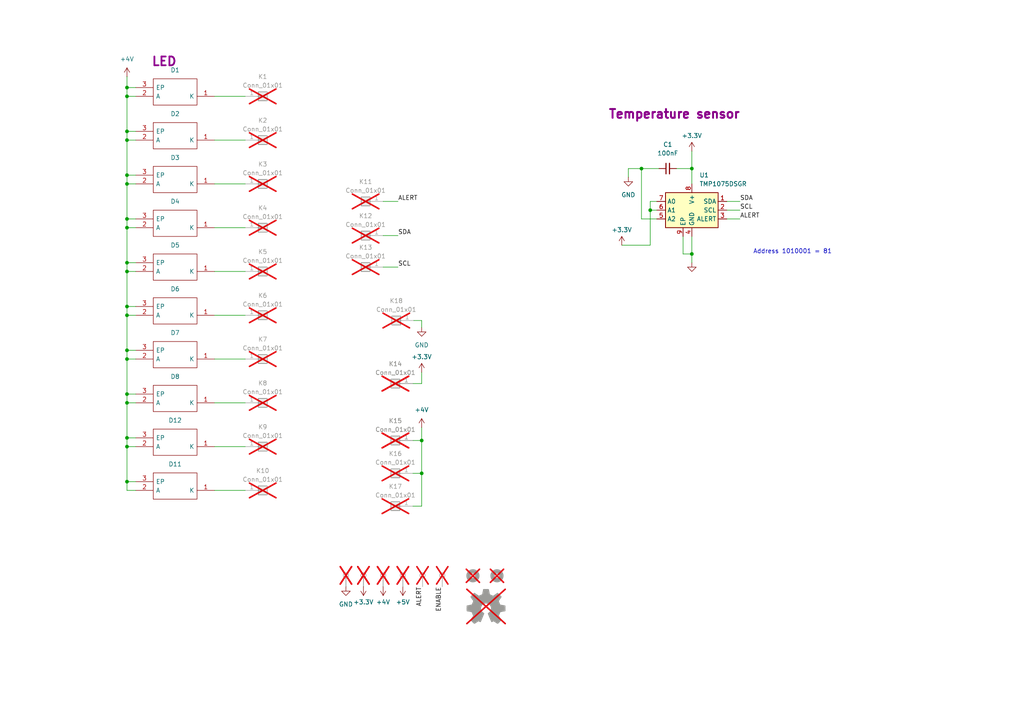
<source format=kicad_sch>
(kicad_sch (version 20231120) (generator "eeschema") (generator_version "8.0")
  (paper "A4")
  (title_block (title "besteLampe! LED Module G") (date "2024-12-01") (rev "1.1") (comment 1 "See  https://lenaschimmel.de/besteLampe! for the source and more information") (comment 2 "This source describes Open Hardware and is licensed under the CERN-OHL-S v2.") (comment 3 "Copyright 2024 Lena Schimmel <mail@lenaschimmel.de>"))
  (lib_symbols
    (symbol "Connector:TestPoint" (pin_numbers hide) (pin_names (offset 0.762) hide)
      (property "Reference" "TP" (at 0 6.858 0))
      (property "Value" "TestPoint" (at 0 5.08 0))
      (symbol "TestPoint_0_1"
        (circle (center 0 3.302) (radius 0.762))
      )
      (symbol "TestPoint_1_1"
        (pin passive line (at 0 0 90) (length 2.54) (name "1") (number "1"))
      )
    )
    (symbol "Connector_Generic:Conn_01x01" (pin_names (offset 1.016) hide)
      (property "Reference" "J" (at 0 2.54 0))
      (property "Value" "Conn_01x01" (at 0 -2.54 0))
      (symbol "Conn_01x01_1_1"
        (rectangle (start -1.27 0.127) (end 0 -0.127) (stroke (width 0.1524)))
        (rectangle (start -1.27 1.27) (end 1.27 -1.27) (stroke (width 0.254)) (fill (type background)))
        (pin passive line (at -5.08 0 0) (length 3.81) (name "Pin_1") (number "1"))
      )
    )
    (symbol "Device:C_Small" (pin_numbers hide) (pin_names (offset 0.254) hide)
      (property "Reference" "C" (at 0.254 1.778 0))
      (property "Value" "C_Small" (at 0.254 -2.032 0))
      (symbol "C_Small_0_1"
        (polyline (pts (xy -1.524 -0.508) (xy 1.524 -0.508)) (stroke (width 0.3302)))
        (polyline (pts (xy -1.524 0.508) (xy 1.524 0.508)) (stroke (width 0.3048)))
      )
      (symbol "C_Small_1_1"
        (pin passive line (at 0 2.54 270) (length 2.032) (name "~") (number "1"))
        (pin passive line (at 0 -2.54 90) (length 2.032) (name "~") (number "2"))
      )
    )
    (symbol "Graphic:Logo_Open_Hardware_Small" (in_bom no) (on_board no)
      (symbol "Logo_Open_Hardware_Small_0_1"
        (polyline (pts (xy 3.3528 -4.3434) (xy 3.302 -4.318) (xy 3.175 -4.2418) (xy 2.9972 -4.1148) (xy 2.7686 -3.9624) (xy 2.54 -3.81) (xy 2.3622 -3.7084) (xy 2.2352 -3.6068) (xy 2.1844 -3.5814) (xy 2.159 -3.6068) (xy 2.0574 -3.6576) (xy 1.905 -3.7338) (xy 1.8034 -3.7846) (xy 1.6764 -3.8354) (xy 1.6002 -3.8354) (xy 1.6002 -3.8354) (xy 1.5494 -3.7338) (xy 1.4732 -3.5306) (xy 1.3462 -3.302) (xy 1.2446 -3.0226) (xy 1.1176 -2.7178) (xy 0.9652 -2.413) (xy 0.8636 -2.1082) (xy 0.7366 -1.8288) (xy 0.6604 -1.6256) (xy 0.6096 -1.4732) (xy 0.5842 -1.397) (xy 0.5842 -1.397) (xy 0.6604 -1.3208) (xy 0.7874 -1.2446) (xy 1.0414 -1.016) (xy 1.2954 -0.6858) (xy 1.4478 -0.3302) (xy 1.524 0.0762) (xy 1.4732 0.4572) (xy 1.3208 0.8128) (xy 1.0668 1.143) (xy 0.762 1.3716) (xy 0.4064 1.524) (xy 0 1.5748) (xy -0.381 1.5494) (xy -0.7366 1.397) (xy -1.0668 1.143) (xy -1.2192 0.9906) (xy -1.397 0.6604) (xy -1.524 0.3048) (xy -1.524 0.2286) (xy -1.4986 -0.1778) (xy -1.397 -0.5334) (xy -1.1938 -0.8636) (xy -0.9144 -1.143) (xy -0.8636 -1.1684) (xy -0.7366 -1.27) (xy -0.635 -1.3462) (xy -0.5842 -1.397) (xy -1.0668 -2.5908) (xy -1.143 -2.794) (xy -1.2954 -3.1242) (xy -1.397 -3.4036) (xy -1.4986 -3.6322) (xy -1.5748 -3.7846) (xy -1.6002 -3.8354) (xy -1.6002 -3.8354) (xy -1.651 -3.8354) (xy -1.7272 -3.81) (xy -1.905 -3.7338) (xy -2.0066 -3.683) (xy -2.1336 -3.6068) (xy -2.2098 -3.5814) (xy -2.2606 -3.6068) (xy -2.3622 -3.683) (xy -2.54 -3.81) (xy -2.7686 -3.9624) (xy -2.9718 -4.0894) (xy -3.1496 -4.2164) (xy -3.302 -4.318) (xy -3.3528 -4.3434) (xy -3.3782 -4.3434) (xy -3.429 -4.318) (xy -3.5306 -4.2164) (xy -3.7084 -4.064) (xy -3.937 -3.8354) (xy -3.9624 -3.81) (xy -4.1656 -3.6068) (xy -4.318 -3.4544) (xy -4.4196 -3.3274) (xy -4.445 -3.2766) (xy -4.445 -3.2766) (xy -4.4196 -3.2258) (xy -4.318 -3.0734) (xy -4.2164 -2.8956) (xy -4.064 -2.667) (xy -3.6576 -2.0828) (xy -3.8862 -1.5494) (xy -3.937 -1.3716) (xy -4.0386 -1.1684) (xy -4.0894 -1.0414) (xy -4.1148 -0.9652) (xy -4.191 -0.9398) (xy -4.318 -0.9144) (xy -4.5466 -0.8636) (xy -4.8006 -0.8128) (xy -5.0546 -0.7874) (xy -5.2578 -0.7366) (xy -5.4356 -0.7112) (xy -5.5118 -0.6858) (xy -5.5118 -0.6858) (xy -5.5372 -0.635) (xy -5.5372 -0.5588) (xy -5.5372 -0.4318) (xy -5.5626 -0.2286) (xy -5.5626 0.0762) (xy -5.5626 0.127) (xy -5.5372 0.4064) (xy -5.5372 0.635) (xy -5.5372 0.762) (xy -5.5372 0.8382) (xy -5.5372 0.8382) (xy -5.461 0.8382) (xy -5.3086 0.889) (xy -5.08 0.9144) (xy -4.826 0.9652) (xy -4.8006 0.9906) (xy -4.5466 1.0414) (xy -4.318 1.0668) (xy -4.1656 1.1176) (xy -4.0894 1.143) (xy -4.0894 1.143) (xy -4.0386 1.2446) (xy -3.9624 1.4224) (xy -3.8608 1.6256) (xy -3.7846 1.8288) (xy -3.7084 2.0066) (xy -3.6576 2.159) (xy -3.6322 2.2098) (xy -3.6322 2.2098) (xy -3.683 2.286) (xy -3.7592 2.413) (xy -3.8862 2.5908) (xy -4.064 2.8194) (xy -4.064 2.8448) (xy -4.2164 3.0734) (xy -4.3434 3.2512) (xy -4.4196 3.3782) (xy -4.445 3.4544) (xy -4.445 3.4544) (xy -4.3942 3.5052) (xy -4.2926 3.6322) (xy -4.1148 3.81) (xy -3.937 4.0132) (xy -3.8608 4.064) (xy -3.6576 4.2926) (xy -3.5052 4.4196) (xy -3.4036 4.4958) (xy -3.3528 4.5212) (xy -3.3528 4.5212) (xy -3.302 4.4704) (xy -3.1496 4.3688) (xy -2.9718 4.2418) (xy -2.7432 4.0894) (xy -2.7178 4.0894) (xy -2.4892 3.937) (xy -2.3114 3.81) (xy -2.1844 3.7084) (xy -2.1336 3.683) (xy -2.1082 3.683) (xy -2.032 3.7084) (xy -1.8542 3.7592) (xy -1.6764 3.8354) (xy -1.4732 3.937) (xy -1.27 4.0132) (xy -1.143 4.064) (xy -1.0668 4.1148) (xy -1.0668 4.1148) (xy -1.0414 4.191) (xy -1.016 4.3434) (xy -0.9652 4.572) (xy -0.9144 4.8514) (xy -0.889 4.9022) (xy -0.8382 5.1562) (xy -0.8128 5.3848) (xy -0.7874 5.5372) (xy -0.762 5.588) (xy -0.7112 5.6134) (xy -0.5842 5.6134) (xy -0.4064 5.6134) (xy -0.1524 5.6134) (xy 0.0762 5.6134) (xy 0.3302 5.6134) (xy 0.5334 5.6134) (xy 0.6858 5.588) (xy 0.7366 5.588) (xy 0.7366 5.588) (xy 0.762 5.5118) (xy 0.8128 5.334) (xy 0.8382 5.1054) (xy 0.9144 4.826) (xy 0.9144 4.7752) (xy 0.9652 4.5212) (xy 1.016 4.2926) (xy 1.0414 4.1402) (xy 1.0668 4.0894) (xy 1.0668 4.0894) (xy 1.1938 4.0386) (xy 1.3716 3.9624) (xy 1.5748 3.8608) (xy 2.0828 3.6576) (xy 2.7178 4.0894) (xy 2.7686 4.1402) (xy 2.9972 4.2926) (xy 3.175 4.4196) (xy 3.302 4.4958) (xy 3.3782 4.5212) (xy 3.3782 4.5212) (xy 3.429 4.4704) (xy 3.556 4.3434) (xy 3.7338 4.191) (xy 3.9116 3.9878) (xy 4.064 3.8354) (xy 4.2418 3.6576) (xy 4.3434 3.556) (xy 4.4196 3.4798) (xy 4.4196 3.429) (xy 4.4196 3.4036) (xy 4.3942 3.3274) (xy 4.2926 3.2004) (xy 4.1656 2.9972) (xy 4.0132 2.794) (xy 3.8862 2.5908) (xy 3.7592 2.3876) (xy 3.6576 2.2352) (xy 3.6322 2.159) (xy 3.6322 2.1336) (xy 3.683 2.0066) (xy 3.7592 1.8288) (xy 3.8608 1.6002) (xy 4.064 1.1176) (xy 4.3942 1.0414) (xy 4.5974 1.016) (xy 4.8768 0.9652) (xy 5.1308 0.9144) (xy 5.5372 0.8382) (xy 5.5626 -0.6604) (xy 5.4864 -0.6858) (xy 5.4356 -0.6858) (xy 5.2832 -0.7366) (xy 5.0546 -0.762) (xy 4.8006 -0.8128) (xy 4.5974 -0.8636) (xy 4.3688 -0.9144) (xy 4.2164 -0.9398) (xy 4.1402 -0.9398) (xy 4.1148 -0.9652) (xy 4.064 -1.0668) (xy 3.9878 -1.2446) (xy 3.9116 -1.4478) (xy 3.81 -1.651) (xy 3.7338 -1.8542) (xy 3.683 -2.0066) (xy 3.6576 -2.0828) (xy 3.683 -2.1336) (xy 3.7846 -2.2606) (xy 3.8862 -2.4638) (xy 4.0386 -2.667) (xy 4.191 -2.8956) (xy 4.318 -3.0734) (xy 4.3942 -3.2004) (xy 4.445 -3.2766) (xy 4.4196 -3.3274) (xy 4.3434 -3.429) (xy 4.1656 -3.5814) (xy 3.937 -3.8354) (xy 3.8862 -3.8608) (xy 3.683 -4.064) (xy 3.5306 -4.2164) (xy 3.4036 -4.318) (xy 3.3528 -4.3434)) (fill (type outline)))
      )
    )
    (symbol "Mechanical:MountingHole" (pin_names (offset 1.016)) (exclude_from_sim yes) (in_bom no)
      (property "Reference" "H" (at 0 5.08 0))
      (property "Value" "MountingHole" (at 0 3.175 0))
      (symbol "MountingHole_0_1"
        (circle (center 0 0) (radius 1.27) (stroke (width 1.27)))
      )
    )
    (symbol "Sensor_Temperature:TMP1075DSG"
      (property "Reference" "U" (at -6.35 6.35 0))
      (property "Value" "TMP1075DSG" (at 6.35 6.35 0))
      (symbol "TMP1075DSG_0_1"
        (rectangle (start -7.62 5.08) (end 7.62 -5.08) (stroke (width 0.254)) (fill (type background)))
      )
      (symbol "TMP1075DSG_1_1"
        (pin bidirectional line (at 10.16 2.54 180) (length 2.54) (name "SDA") (number "1"))
        (pin input line (at 10.16 0 180) (length 2.54) (name "SCL") (number "2"))
        (pin open_collector line (at 10.16 -2.54 180) (length 2.54) (name "ALERT") (number "3"))
        (pin power_in line (at 0 -7.62 90) (length 2.54) (name "GND") (number "4"))
        (pin input line (at -10.16 -2.54 0) (length 2.54) (name "A2") (number "5"))
        (pin input line (at -10.16 0 0) (length 2.54) (name "A1") (number "6"))
        (pin input line (at -10.16 2.54 0) (length 2.54) (name "A0") (number "7"))
        (pin power_in line (at 0 7.62 270) (length 2.54) (name "V+") (number "8"))
        (pin passive line (at -2.54 -7.62 90) (length 2.54) (name "EP") (number "9"))
      )
    )
    (symbol "XEGAVT-H0-0000-000-000000K2001_1" (pin_names (offset 0.762))
      (property "Reference" "D1" (at 11.43 5.08 0))
      (symbol "XEGAVT-H0-0000-000-000000K2001_1_0_0"
        (pin passive line (at 22.86 -2.54 180) (length 5.08) (name "K") (number "1"))
        (pin passive line (at 0 -2.54 0) (length 5.08) (name "A") (number "2"))
        (pin passive line (at 0 0 0) (length 5.08) (name "EP") (number "3"))
      )
      (symbol "XEGAVT-H0-0000-000-000000K2001_1_0_1"
        (polyline (pts (xy 5.08 2.54) (xy 17.78 2.54) (xy 17.78 -5.08) (xy 5.08 -5.08) (xy 5.08 2.54)) (stroke (width 0.1524)))
      )
    )
    (symbol "power:+3.3V" (power) (pin_numbers hide) (pin_names (offset 0) hide)
      (property "Value" "+3.3V" (at 0 3.556 0))
      (symbol "+3.3V_0_1"
        (polyline (pts (xy -0.762 1.27) (xy 0 2.54)))
        (polyline (pts (xy 0 0) (xy 0 2.54)))
        (polyline (pts (xy 0 2.54) (xy 0.762 1.27)))
      )
      (symbol "+3.3V_1_1"
        (pin power_in line (at 0 0 90) (length 0) (name "~") (number "1"))
      )
    )
    (symbol "power:+4V" (power) (pin_numbers hide) (pin_names (offset 0) hide)
      (property "Value" "+4V" (at 0 3.556 0))
      (symbol "+4V_0_1"
        (polyline (pts (xy -0.762 1.27) (xy 0 2.54)))
        (polyline (pts (xy 0 0) (xy 0 2.54)))
        (polyline (pts (xy 0 2.54) (xy 0.762 1.27)))
      )
      (symbol "+4V_1_1"
        (pin power_in line (at 0 0 90) (length 0) (name "~") (number "1"))
      )
    )
    (symbol "power:+5V" (power) (pin_numbers hide) (pin_names (offset 0) hide)
      (property "Value" "+5V" (at 0 3.556 0))
      (symbol "+5V_0_1"
        (polyline (pts (xy -0.762 1.27) (xy 0 2.54)))
        (polyline (pts (xy 0 0) (xy 0 2.54)))
        (polyline (pts (xy 0 2.54) (xy 0.762 1.27)))
      )
      (symbol "+5V_1_1"
        (pin power_in line (at 0 0 90) (length 0) (name "~") (number "1"))
      )
    )
    (symbol "power:GND" (power) (pin_numbers hide) (pin_names (offset 0) hide)
      (property "Value" "GND" (at 0 -3.81 0))
      (symbol "GND_0_1"
        (polyline (pts (xy 0 0) (xy 0 -1.27) (xy 1.27 -1.27) (xy 0 -2.54) (xy -1.27 -1.27) (xy 0 -1.27)))
      )
      (symbol "GND_1_1"
        (pin power_in line (at 0 0 270) (length 0) (name "~") (number "1"))
      )
    )
  )
  (junction (at 36.83 91.44))
  (junction (at 36.83 50.8))
  (junction (at 36.83 88.9))
  (junction (at 36.83 101.6))
  (junction (at 36.83 129.54))
  (junction (at 36.83 66.04))
  (junction (at 36.83 127))
  (junction (at 36.83 25.4))
  (junction (at 36.83 40.64))
  (junction (at 36.83 78.74))
  (junction (at 188.595 60.96))
  (junction (at 36.83 63.5))
  (junction (at 36.83 38.1))
  (junction (at 122.301 137.287))
  (junction (at 36.83 76.2))
  (junction (at 122.301 127.762))
  (junction (at 36.83 27.94))
  (junction (at 186.055 48.895))
  (junction (at 36.83 53.34))
  (junction (at 36.83 114.3))
  (junction (at 36.83 139.7))
  (junction (at 36.83 104.14))
  (junction (at 36.83 116.84))
  (junction (at 200.66 73.66))
  (junction (at 200.66 48.895))
  (wire (pts (xy 39.37 63.5) (xy 36.83 63.5)))
  (wire (pts (xy 36.83 40.64) (xy 39.37 40.64)))
  (wire (pts (xy 36.83 116.84) (xy 39.37 116.84)))
  (wire (pts (xy 36.83 76.2) (xy 36.83 78.74)))
  (wire (pts (xy 36.83 116.84) (xy 36.83 127)))
  (wire (pts (xy 62.23 91.44) (xy 71.12 91.44)))
  (wire (pts (xy 36.83 66.04) (xy 39.37 66.04)))
  (wire (pts (xy 186.055 48.895) (xy 182.245 48.895)))
  (wire (pts (xy 198.12 73.66) (xy 200.66 73.66)))
  (wire (pts (xy 119.761 146.812) (xy 122.301 146.812)))
  (wire (pts (xy 39.37 25.4) (xy 36.83 25.4)))
  (wire (pts (xy 36.83 88.9) (xy 39.37 88.9)))
  (wire (pts (xy 39.37 139.7) (xy 36.83 139.7)))
  (wire (pts (xy 39.37 38.1) (xy 36.83 38.1)))
  (wire (pts (xy 210.82 60.96) (xy 214.63 60.96)))
  (wire (pts (xy 200.66 73.66) (xy 200.66 76.2)))
  (wire (pts (xy 36.83 50.8) (xy 36.83 53.34)))
  (wire (pts (xy 36.83 76.2) (xy 39.37 76.2)))
  (wire (pts (xy 186.055 63.5) (xy 186.055 48.895)))
  (wire (pts (xy 36.83 27.94) (xy 39.37 27.94)))
  (wire (pts (xy 36.83 88.9) (xy 36.83 91.44)))
  (wire (pts (xy 36.83 27.94) (xy 36.83 38.1)))
  (wire (pts (xy 122.301 94.996) (xy 122.301 92.964)))
  (wire (pts (xy 122.301 123.952) (xy 122.301 127.762)))
  (wire (pts (xy 62.23 40.64) (xy 71.12 40.64)))
  (wire (pts (xy 36.83 104.14) (xy 36.83 114.3)))
  (wire (pts (xy 36.83 22.225) (xy 36.83 25.4)))
  (wire (pts (xy 36.83 91.44) (xy 39.37 91.44)))
  (wire (pts (xy 36.83 127) (xy 39.37 127)))
  (wire (pts (xy 122.301 111.252) (xy 122.301 107.95)))
  (wire (pts (xy 122.301 92.964) (xy 120.015 92.964)))
  (wire (pts (xy 62.23 78.74) (xy 71.12 78.74)))
  (wire (pts (xy 36.83 101.6) (xy 36.83 104.14)))
  (wire (pts (xy 36.83 114.3) (xy 36.83 116.84)))
  (wire (pts (xy 122.301 137.287) (xy 119.761 137.287)))
  (wire (pts (xy 62.23 53.34) (xy 71.12 53.34)))
  (wire (pts (xy 188.595 60.96) (xy 190.5 60.96)))
  (wire (pts (xy 62.23 142.24) (xy 71.12 142.24)))
  (wire (pts (xy 62.23 129.54) (xy 71.12 129.54)))
  (wire (pts (xy 36.83 127) (xy 36.83 129.54)))
  (wire (pts (xy 190.5 63.5) (xy 186.055 63.5)))
  (wire (pts (xy 39.37 142.24) (xy 36.83 142.24)))
  (wire (pts (xy 122.301 146.812) (xy 122.301 137.287)))
  (wire (pts (xy 36.83 25.4) (xy 36.83 27.94)))
  (wire (pts (xy 39.37 50.8) (xy 36.83 50.8)))
  (wire (pts (xy 36.83 63.5) (xy 36.83 66.04)))
  (wire (pts (xy 200.66 43.815) (xy 200.66 48.895)))
  (wire (pts (xy 62.23 66.04) (xy 71.12 66.04)))
  (wire (pts (xy 36.83 129.54) (xy 39.37 129.54)))
  (wire (pts (xy 36.83 78.74) (xy 39.37 78.74)))
  (wire (pts (xy 111.125 68.326) (xy 115.443 68.326)))
  (wire (pts (xy 119.761 127.762) (xy 122.301 127.762)))
  (wire (pts (xy 36.83 91.44) (xy 36.83 101.6)))
  (wire (pts (xy 111.125 77.47) (xy 115.443 77.47)))
  (wire (pts (xy 36.83 66.04) (xy 36.83 76.2)))
  (wire (pts (xy 36.83 78.74) (xy 36.83 88.9)))
  (wire (pts (xy 36.83 40.64) (xy 36.83 50.8)))
  (wire (pts (xy 36.83 53.34) (xy 39.37 53.34)))
  (wire (pts (xy 36.83 38.1) (xy 36.83 40.64)))
  (wire (pts (xy 188.595 60.96) (xy 188.595 71.12)))
  (wire (pts (xy 188.595 58.42) (xy 188.595 60.96)))
  (wire (pts (xy 182.245 48.895) (xy 182.245 51.435)))
  (wire (pts (xy 36.83 104.14) (xy 39.37 104.14)))
  (wire (pts (xy 200.66 48.895) (xy 200.66 53.34)))
  (wire (pts (xy 62.23 104.14) (xy 71.12 104.14)))
  (wire (pts (xy 36.83 53.34) (xy 36.83 63.5)))
  (wire (pts (xy 210.82 58.42) (xy 214.63 58.42)))
  (wire (pts (xy 196.215 48.895) (xy 200.66 48.895)))
  (wire (pts (xy 119.761 111.252) (xy 122.301 111.252)))
  (wire (pts (xy 122.301 127.762) (xy 122.301 137.287)))
  (wire (pts (xy 180.34 71.12) (xy 188.595 71.12)))
  (wire (pts (xy 62.23 116.84) (xy 71.12 116.84)))
  (wire (pts (xy 198.12 68.58) (xy 198.12 73.66)))
  (wire (pts (xy 62.23 27.94) (xy 71.12 27.94)))
  (wire (pts (xy 36.83 129.54) (xy 36.83 139.7)))
  (wire (pts (xy 190.5 58.42) (xy 188.595 58.42)))
  (wire (pts (xy 191.135 48.895) (xy 186.055 48.895)))
  (wire (pts (xy 39.37 114.3) (xy 36.83 114.3)))
  (wire (pts (xy 36.83 142.24) (xy 36.83 139.7)))
  (wire (pts (xy 36.83 101.6) (xy 39.37 101.6)))
  (wire (pts (xy 111.125 58.42) (xy 115.443 58.42)))
  (wire (pts (xy 200.66 68.58) (xy 200.66 73.66)))
  (wire (pts (xy 210.82 63.5) (xy 214.63 63.5)))
  (text "Address 1010001 = 81" (at 218.44 73.025 0) (effects (font (size 1.27 1.27)) (justify left)))
  (label "SDA" (at 214.63 58.42 0))
  (label "SDA" (at 115.443 68.326 0))
  (label "ENABLE" (at 128.27 170.18 270))
  (label "ALERT" (at 115.443 58.42 0))
  (label "SCL" (at 214.63 60.96 0))
  (label "ALERT" (at 214.63 63.5 0))
  (label "SCL" (at 115.443 77.47 0))
  (label "ALERT" (at 122.555 170.18 270))
  (symbol (lib_id "Sensor_Temperature:TMP1075DSG") (at 200.66 60.96 0) (unit 1)
    (property "Reference" "U1" (at 202.8541 50.8 0) (effects (justify left)))
    (property "Value" "TMP1075DSGR" (at 202.8541 53.34 0) (effects (justify left)))
    (property "Footprint" "Package_SON:WSON-8-1EP_2x2mm_P0.5mm_EP0.9x1.6mm" (effects (hide yes)))
    (property "Datasheet" "https://www.ti.com/lit/gpn/tmp1075" (effects (hide yes)))
    (property "Description" "I2C-bus digital temperature sensor and thermal watchdog, WSON-8" (effects (hide yes)))
    (property "In Stock" "5" (effects (hide yes)))
    (property "Manufacturer_Part_Number" "TMP1075DSGR" (effects (hide yes)))
    (property "LCSC Part #" "C2870250" (effects (hide yes)))
    (property "Purpose" "Temperature sensor" (at 195.58 33.02 0) (effects (font (size 2.54 2.54) (bold yes))))
  )
  (symbol (lib_id "Connector_Generic:Conn_01x01") (at 114.681 127.762 180) (unit 1) (dnp yes)
    (property "Reference" "K15" (at 114.681 122.047 0))
    (property "Value" "Conn_01x01" (at 114.681 124.587 0))
    (property "Footprint" "TestPoint:TestPoint_THTPad_D1.5mm_Drill0.7mm" (effects (hide yes)))
    (property "Description" "Generic connector, single row, 01x01, script generated (kicad-library-utils/schlib/autogen/connector/)" (effects (hide yes)))
  )
  (symbol (lib_id "Connector_Generic:Conn_01x01") (at 106.045 77.47 180) (unit 1) (dnp yes)
    (property "Reference" "K13" (at 106.045 71.755 0))
    (property "Value" "Conn_01x01" (at 106.045 74.295 0))
    (property "Footprint" "TestPoint:TestPoint_THTPad_D1.5mm_Drill0.7mm" (effects (hide yes)))
    (property "Description" "Generic connector, single row, 01x01, script generated (kicad-library-utils/schlib/autogen/connector/)" (effects (hide yes)))
  )
  (symbol (lib_id "Mechanical:MountingHole") (at 137.16 167.005 0) (unit 1) (exclude_from_sim yes) (in_bom no) (dnp yes)
    (property "Reference" "H5" (effects (hide yes)))
    (property "Value" "MountingHole" (effects (hide yes)))
    (property "Footprint" "MountingHole:MountingHole_3.2mm_M3" (effects (hide yes)))
    (property "Description" "Mounting Hole without connection" (effects (hide yes)))
  )
  (symbol (lib_id "power:+4V") (at 36.83 22.225 0) (unit 1)
    (property "Reference" "#PWR025" (effects (hide yes)))
    (property "Value" "+4V" (at 36.83 17.145 0))
    (property "Description" "Power symbol creates a global label with name \"+4V\"" (effects (hide yes)))
  )
  (symbol (lib_id "power:+5V") (at 116.84 170.18 180) (unit 1)
    (property "Reference" "#PWR031" (effects (hide yes)))
    (property "Value" "+5V" (at 116.84 174.625 0))
    (property "Description" "Power symbol creates a global label with name \"+5V\"" (effects (hide yes)))
  )
  (symbol (lib_id "power:+4V") (at 122.301 123.952 0) (unit 1)
    (property "Reference" "#PWR08" (effects (hide yes)))
    (property "Value" "+4V" (at 122.301 118.872 0))
    (property "Description" "Power symbol creates a global label with name \"+4V\"" (effects (hide yes)))
  )
  (symbol (lib_name "XEGAVT-H0-0000-000-000000K2001_1") (lib_id "XEGAVT-H0-0000-000-000000K2001:XEGAVT-H0-0000-000-000000K2001") (at 39.37 127 0) (unit 1)
    (property "Reference" "D12" (at 50.8 121.92 0))
    (property "Value" "XEGAAM-H2-0000-000-000000Q5001" (effects (hide yes)))
    (property "Footprint" "Cree XLAMP XE-G LED XEGAVT-H0:XEGAVTH_PCBA" (effects (hide yes)))
    (property "Datasheet" "https://downloads.cree-led.com/files/ds/x/XLamp-XE-G.pdf" (effects (hide yes)))
    (property "Description" "LED Lighting Color XLamp XE-G Violet 3-SMD, No Lead" (effects (hide yes)))
    (property "Manufacturer_Name" "CREE" (effects (hide yes)))
    (property "Manufacturer_Part_Number" "XEGAAM-H2-0000-000-000000Q5001" (effects (hide yes)))
    (property "In Stock" "?" (effects (hide yes)))
    (property "Purpose" "LED" (effects (hide yes)))
    (property "Color" "Amber" (effects (hide yes)))
    (property "LCSC Part #" "C17491029" (effects (hide yes)))
  )
  (symbol (lib_name "XEGAVT-H0-0000-000-000000K2001_1") (lib_id "XEGAVT-H0-0000-000-000000K2001:XEGAVT-H0-0000-000-000000K2001") (at 39.37 88.9 0) (unit 1)
    (property "Reference" "D6" (at 50.8 83.82 0))
    (property "Value" "XEGAPL-H0-0000-000-000000V3001" (effects (hide yes)))
    (property "Footprint" "Cree XLAMP XE-G LED XEGAVT-H0:XEGAVTH_PCBA" (effects (hide yes)))
    (property "Datasheet" "https://downloads.cree-led.com/files/ds/x/XLamp-XE-G.pdf" (effects (hide yes)))
    (property "Description" "LED Lighting Color XLamp XE-G Violet 3-SMD, No Lead" (effects (hide yes)))
    (property "Manufacturer_Name" "CREE" (effects (hide yes)))
    (property "Manufacturer_Part_Number" "XEGAPL-H0-0000-000-000000V3001" (effects (hide yes)))
    (property "In Stock" "?" (effects (hide yes)))
    (property "Purpose" "LED" (effects (hide yes)))
    (property "Color" "Poly Lime" (effects (hide yes)))
    (property "LCSC Part #" "C7545082" (effects (hide yes)))
  )
  (symbol (lib_id "Connector_Generic:Conn_01x01") (at 114.935 92.964 180) (unit 1) (dnp yes)
    (property "Reference" "K18" (at 114.935 87.249 0))
    (property "Value" "Conn_01x01" (at 114.935 89.789 0))
    (property "Footprint" "TestPoint:TestPoint_THTPad_D1.5mm_Drill0.7mm" (effects (hide yes)))
    (property "Description" "Generic connector, single row, 01x01, script generated (kicad-library-utils/schlib/autogen/connector/)" (effects (hide yes)))
  )
  (symbol (lib_id "Connector_Generic:Conn_01x01") (at 76.2 129.54 0) (mirror x) (unit 1) (dnp yes)
    (property "Reference" "K9" (at 76.2 123.825 0))
    (property "Value" "Conn_01x01" (at 76.2 126.365 0))
    (property "Footprint" "TestPoint:TestPoint_THTPad_D1.5mm_Drill0.7mm" (effects (hide yes)))
    (property "Description" "Generic connector, single row, 01x01, script generated (kicad-library-utils/schlib/autogen/connector/)" (effects (hide yes)))
  )
  (symbol (lib_name "XEGAVT-H0-0000-000-000000K2001_1") (lib_id "XEGAVT-H0-0000-000-000000K2001:XEGAVT-H0-0000-000-000000K2001") (at 39.37 101.6 0) (unit 1)
    (property "Reference" "D7" (at 50.8 96.52 0))
    (property "Value" "XEGAWT-H2-0000-000-00000UT330G" (effects (hide yes)))
    (property "Footprint" "Cree XLAMP XE-G LED XEGAVT-H0:XEGAVTH_PCBA" (effects (hide yes)))
    (property "Datasheet" "https://downloads.cree-led.com/files/ds/x/XLamp-XE-G.pdf" (effects (hide yes)))
    (property "Description" "LED Lighting Color XLamp XE-G Violet 3-SMD, No Lead" (effects (hide yes)))
    (property "Manufacturer_Name" "CREE" (effects (hide yes)))
    (property "Manufacturer_Part_Number" "XEGAWT-H2-0000-000-00000UT330G" (effects (hide yes)))
    (property "In Stock" "?" (effects (hide yes)))
    (property "Purpose" "LED" (effects (hide yes)))
    (property "Color" "White 3300K" (effects (hide yes)))
    (property "LCSC Part #" "C17192303" (effects (hide yes)))
  )
  (symbol (lib_id "power:GND") (at 122.301 94.996 0) (mirror y) (unit 1)
    (property "Reference" "#PWR06" (effects (hide yes)))
    (property "Value" "GND" (at 122.301 100.076 0))
    (property "Description" "Power symbol creates a global label with name \"GND\" , ground" (effects (hide yes)))
  )
  (symbol (lib_id "Connector_Generic:Conn_01x01") (at 106.045 68.326 180) (unit 1) (dnp yes)
    (property "Reference" "K12" (at 106.045 62.611 0))
    (property "Value" "Conn_01x01" (at 106.045 65.151 0))
    (property "Footprint" "TestPoint:TestPoint_THTPad_D1.5mm_Drill0.7mm" (effects (hide yes)))
    (property "Description" "Generic connector, single row, 01x01, script generated (kicad-library-utils/schlib/autogen/connector/)" (effects (hide yes)))
  )
  (symbol (lib_id "Connector_Generic:Conn_01x01") (at 114.681 111.252 180) (unit 1) (dnp yes)
    (property "Reference" "K14" (at 114.681 105.537 0))
    (property "Value" "Conn_01x01" (at 114.681 108.077 0))
    (property "Footprint" "TestPoint:TestPoint_THTPad_D1.5mm_Drill0.7mm" (effects (hide yes)))
    (property "Description" "Generic connector, single row, 01x01, script generated (kicad-library-utils/schlib/autogen/connector/)" (effects (hide yes)))
  )
  (symbol (lib_id "Connector_Generic:Conn_01x01") (at 114.681 146.812 180) (unit 1) (dnp yes)
    (property "Reference" "K17" (at 114.681 141.097 0))
    (property "Value" "Conn_01x01" (at 114.681 143.637 0))
    (property "Footprint" "TestPoint:TestPoint_THTPad_D1.5mm_Drill0.7mm" (effects (hide yes)))
    (property "Description" "Generic connector, single row, 01x01, script generated (kicad-library-utils/schlib/autogen/connector/)" (effects (hide yes)))
  )
  (symbol (lib_name "XEGAVT-H0-0000-000-000000K2001_1") (lib_id "XEGAVT-H0-0000-000-000000K2001:XEGAVT-H0-0000-000-000000K2001") (at 39.37 25.4 0) (unit 1)
    (property "Reference" "D1" (at 50.8 20.32 0))
    (property "Value" "XEGAWT-H2-0000-000-00000UT122G" (effects (hide yes)))
    (property "Footprint" "Cree XLAMP XE-G LED XEGAVT-H0:XEGAVTH_PCBA" (effects (hide yes)))
    (property "Datasheet" "https://downloads.cree-led.com/files/ds/x/XLamp-XE-G.pdf" (effects (hide yes)))
    (property "Description" "LED Lighting Color XLamp XE-G Violet 3-SMD, No Lead" (effects (hide yes)))
    (property "Manufacturer_Name" "CREE" (effects (hide yes)))
    (property "Manufacturer_Part_Number" "XEGAWT-H2-0000-000-00000UT122G" (effects (hide yes)))
    (property "In Stock" "?" (effects (hide yes)))
    (property "Purpose" "LED" (at 47.625 17.78 0) (effects (font (size 2.54 2.54) (bold yes))))
    (property "Color" "White 2200K" (effects (hide yes)))
    (property "LCSC Part #" "C9900154351" (effects (hide yes)))
  )
  (symbol (lib_id "power:+3.3V") (at 180.34 71.12 0) (unit 1)
    (property "Reference" "#PWR09" (effects (hide yes)))
    (property "Value" "+3.3V" (at 180.34 66.675 0))
    (property "Description" "Power symbol creates a global label with name \"+3.3V\"" (effects (hide yes)))
  )
  (symbol (lib_id "power:GND") (at 182.245 51.435 0) (unit 1)
    (property "Reference" "#PWR05" (effects (hide yes)))
    (property "Value" "GND" (at 182.245 56.515 0))
    (property "Description" "Power symbol creates a global label with name \"GND\" , ground" (effects (hide yes)))
  )
  (symbol (lib_id "Connector_Generic:Conn_01x01") (at 76.2 142.24 0) (mirror x) (unit 1) (dnp yes)
    (property "Reference" "K10" (at 76.2 136.525 0))
    (property "Value" "Conn_01x01" (at 76.2 139.065 0))
    (property "Footprint" "TestPoint:TestPoint_THTPad_D1.5mm_Drill0.7mm" (effects (hide yes)))
    (property "Description" "Generic connector, single row, 01x01, script generated (kicad-library-utils/schlib/autogen/connector/)" (effects (hide yes)))
  )
  (symbol (lib_id "Connector_Generic:Conn_01x01") (at 76.2 116.84 0) (mirror x) (unit 1) (dnp yes)
    (property "Reference" "K8" (at 76.2 111.125 0))
    (property "Value" "Conn_01x01" (at 76.2 113.665 0))
    (property "Footprint" "TestPoint:TestPoint_THTPad_D1.5mm_Drill0.7mm" (effects (hide yes)))
    (property "Description" "Generic connector, single row, 01x01, script generated (kicad-library-utils/schlib/autogen/connector/)" (effects (hide yes)))
  )
  (symbol (lib_id "Connector_Generic:Conn_01x01") (at 76.2 66.04 0) (mirror x) (unit 1) (dnp yes)
    (property "Reference" "K4" (at 76.2 60.325 0))
    (property "Value" "Conn_01x01" (at 76.2 62.865 0))
    (property "Footprint" "TestPoint:TestPoint_THTPad_D1.5mm_Drill0.7mm" (effects (hide yes)))
    (property "Description" "Generic connector, single row, 01x01, script generated (kicad-library-utils/schlib/autogen/connector/)" (effects (hide yes)))
  )
  (symbol (lib_id "Connector_Generic:Conn_01x01") (at 114.681 137.287 180) (unit 1) (dnp yes)
    (property "Reference" "K16" (at 114.681 131.572 0))
    (property "Value" "Conn_01x01" (at 114.681 134.112 0))
    (property "Footprint" "TestPoint:TestPoint_THTPad_D1.5mm_Drill0.7mm" (effects (hide yes)))
    (property "Description" "Generic connector, single row, 01x01, script generated (kicad-library-utils/schlib/autogen/connector/)" (effects (hide yes)))
  )
  (symbol (lib_id "Device:C_Small") (at 193.675 48.895 90) (unit 1)
    (property "Reference" "C1" (at 193.6813 41.91 90))
    (property "Value" "100nF" (at 193.6813 44.45 90))
    (property "Footprint" "Capacitor_SMD:C_0402_1005Metric" (effects (hide yes)))
    (property "Description" "Unpolarized capacitor, small symbol" (effects (hide yes)))
    (property "In Stock" "88" (effects (hide yes)))
    (property "LCSC Part #" "C1525" (effects (hide yes)))
    (property "Purpose" "Decoupling capacitor" (effects (hide yes)))
  )
  (symbol (lib_id "Connector_Generic:Conn_01x01") (at 76.2 104.14 0) (mirror x) (unit 1) (dnp yes)
    (property "Reference" "K7" (at 76.2 98.425 0))
    (property "Value" "Conn_01x01" (at 76.2 100.965 0))
    (property "Footprint" "TestPoint:TestPoint_THTPad_D1.5mm_Drill0.7mm" (effects (hide yes)))
    (property "Description" "Generic connector, single row, 01x01, script generated (kicad-library-utils/schlib/autogen/connector/)" (effects (hide yes)))
  )
  (symbol (lib_id "power:GND") (at 200.66 76.2 0) (unit 1)
    (property "Reference" "#PWR01" (effects (hide yes)))
    (property "Value" "GND" (effects (hide yes)))
    (property "Description" "Power symbol creates a global label with name \"GND\" , ground" (effects (hide yes)))
  )
  (symbol (lib_id "power:+3.3V") (at 200.66 43.815 0) (unit 1)
    (property "Reference" "#PWR015" (effects (hide yes)))
    (property "Value" "+3.3V" (at 200.66 39.37 0))
    (property "Description" "Power symbol creates a global label with name \"+3.3V\"" (effects (hide yes)))
  )
  (symbol (lib_id "Connector_Generic:Conn_01x01") (at 76.2 40.64 0) (mirror x) (unit 1) (dnp yes)
    (property "Reference" "K2" (at 76.2 34.925 0))
    (property "Value" "Conn_01x01" (at 76.2 37.465 0))
    (property "Footprint" "TestPoint:TestPoint_THTPad_D1.5mm_Drill0.7mm" (effects (hide yes)))
    (property "Description" "Generic connector, single row, 01x01, script generated (kicad-library-utils/schlib/autogen/connector/)" (effects (hide yes)))
  )
  (symbol (lib_id "power:+3.3V") (at 105.41 170.18 180) (unit 1)
    (property "Reference" "#PWR030" (effects (hide yes)))
    (property "Value" "+3.3V" (at 105.41 174.625 0))
    (property "Description" "Power symbol creates a global label with name \"+3.3V\"" (effects (hide yes)))
  )
  (symbol (lib_id "power:GND") (at 100.33 170.18 0) (unit 1)
    (property "Reference" "#PWR029" (effects (hide yes)))
    (property "Value" "GND" (at 100.33 175.26 0))
    (property "Description" "Power symbol creates a global label with name \"GND\" , ground" (effects (hide yes)))
  )
  (symbol (lib_id "Mechanical:MountingHole") (at 144.145 167.005 0) (unit 1) (exclude_from_sim yes) (in_bom no) (dnp yes)
    (property "Reference" "H6" (effects (hide yes)))
    (property "Value" "MountingHole" (effects (hide yes)))
    (property "Footprint" "MountingHole:MountingHole_3.2mm_M3" (effects (hide yes)))
    (property "Description" "Mounting Hole without connection" (effects (hide yes)))
  )
  (symbol (lib_name "XEGAVT-H0-0000-000-000000K2001_1") (lib_id "XEGAVT-H0-0000-000-000000K2001:XEGAVT-H0-0000-000-000000K2001") (at 39.37 38.1 0) (unit 1)
    (property "Reference" "D2" (at 50.8 33.02 0))
    (property "Value" "XEGAAM-H2-0000-000-000000R4001" (effects (hide yes)))
    (property "Footprint" "Cree XLAMP XE-G LED XEGAVT-H0:XEGAVTH_PCBA" (effects (hide yes)))
    (property "Datasheet" "https://downloads.cree-led.com/files/ds/x/XLamp-XE-G.pdf" (effects (hide yes)))
    (property "Description" "LED Lighting Color XLamp XE-G Violet 3-SMD, No Lead" (effects (hide yes)))
    (property "Manufacturer_Name" "CREE" (effects (hide yes)))
    (property "Manufacturer_Part_Number" "XEGAAM-H2-0000-000-000000R4001" (effects (hide yes)))
    (property "In Stock" "?" (effects (hide yes)))
    (property "Purpose" "LED" (effects (hide yes)))
    (property "Color" "Amber" (effects (hide yes)))
    (property "LCSC Part #" "C20921043" (effects (hide yes)))
  )
  (symbol (lib_id "Connector_Generic:Conn_01x01") (at 76.2 78.74 0) (mirror x) (unit 1) (dnp yes)
    (property "Reference" "K5" (at 76.2 73.025 0))
    (property "Value" "Conn_01x01" (at 76.2 75.565 0))
    (property "Footprint" "TestPoint:TestPoint_THTPad_D1.5mm_Drill0.7mm" (effects (hide yes)))
    (property "Description" "Generic connector, single row, 01x01, script generated (kicad-library-utils/schlib/autogen/connector/)" (effects (hide yes)))
  )
  (symbol (lib_id "Connector_Generic:Conn_01x01") (at 106.045 58.42 180) (unit 1) (dnp yes)
    (property "Reference" "K11" (at 106.045 52.705 0))
    (property "Value" "Conn_01x01" (at 106.045 55.245 0))
    (property "Footprint" "TestPoint:TestPoint_THTPad_D1.5mm_Drill0.7mm" (effects (hide yes)))
    (property "Description" "Generic connector, single row, 01x01, script generated (kicad-library-utils/schlib/autogen/connector/)" (effects (hide yes)))
  )
  (symbol (lib_name "XEGAVT-H0-0000-000-000000K2001_1") (lib_id "XEGAVT-H0-0000-000-000000K2001:XEGAVT-H0-0000-000-000000K2001") (at 39.37 63.5 0) (unit 1)
    (property "Reference" "D4" (at 50.8 58.42 0))
    (property "Value" "XEGAWT-H2-0000-000-00000UT650G" (effects (hide yes)))
    (property "Footprint" "Cree XLAMP XE-G LED XEGAVT-H0:XEGAVTH_PCBA" (effects (hide yes)))
    (property "Datasheet" "https://downloads.cree-led.com/files/ds/x/XLamp-XE-G.pdf" (effects (hide yes)))
    (property "Description" "LED Lighting Color XLamp XE-G Violet 3-SMD, No Lead" (effects (hide yes)))
    (property "Manufacturer_Name" "CREE" (effects (hide yes)))
    (property "Manufacturer_Part_Number" "XEGAWT-H2-0000-000-00000UT650G" (effects (hide yes)))
    (property "In Stock" "?" (effects (hide yes)))
    (property "Purpose" "LED" (effects (hide yes)))
    (property "Color" "White 6500K" (effects (hide yes)))
    (property "LCSC Part #" "C17684059" (effects (hide yes)))
  )
  (symbol (lib_id "Connector:TestPoint") (at 111.125 170.18 0) (unit 1) (dnp yes)
    (property "Reference" "TP3" (effects (hide yes)))
    (property "Value" "TestPoint" (effects (hide yes)))
    (property "Footprint" "TestPoint:TestPoint_Pad_D1.0mm" (effects (hide yes)))
    (property "Description" "test point" (effects (hide yes)))
  )
  (symbol (lib_id "Connector:TestPoint") (at 122.555 170.18 0) (unit 1) (dnp yes)
    (property "Reference" "TP5" (effects (hide yes)))
    (property "Value" "TestPoint" (effects (hide yes)))
    (property "Footprint" "TestPoint:TestPoint_Pad_D1.0mm" (effects (hide yes)))
    (property "Description" "test point" (effects (hide yes)))
  )
  (symbol (lib_id "Connector_Generic:Conn_01x01") (at 76.2 91.44 0) (mirror x) (unit 1) (dnp yes)
    (property "Reference" "K6" (at 76.2 85.725 0))
    (property "Value" "Conn_01x01" (at 76.2 88.265 0))
    (property "Footprint" "TestPoint:TestPoint_THTPad_D1.5mm_Drill0.7mm" (effects (hide yes)))
    (property "Description" "Generic connector, single row, 01x01, script generated (kicad-library-utils/schlib/autogen/connector/)" (effects (hide yes)))
  )
  (symbol (lib_name "XEGAVT-H0-0000-000-000000K2001_1") (lib_id "XEGAVT-H0-0000-000-000000K2001:XEGAVT-H0-0000-000-000000K2001") (at 39.37 50.8 0) (unit 1)
    (property "Reference" "D3" (at 50.8 45.72 0))
    (property "Value" "XEGAPB-H0-0000-000-000000Q5001" (effects (hide yes)))
    (property "Footprint" "Cree XLAMP XE-G LED XEGAVT-H0:XEGAVTH_PCBA" (effects (hide yes)))
    (property "Datasheet" "https://downloads.cree-led.com/files/ds/x/XLamp-XE-G.pdf" (effects (hide yes)))
    (property "Description" "LED Lighting Color XLamp XE-G Violet 3-SMD, No Lead" (effects (hide yes)))
    (property "Manufacturer_Name" "CREE" (effects (hide yes)))
    (property "Manufacturer_Part_Number" "XEGAPB-H0-0000-000-000000Q5001" (effects (hide yes)))
    (property "In Stock" "?" (effects (hide yes)))
    (property "Purpose" "LED" (effects (hide yes)))
    (property "Color" "Poly Blue" (effects (hide yes)))
    (property "LCSC Part #" "C17674483" (effects (hide yes)))
  )
  (symbol (lib_name "XEGAVT-H0-0000-000-000000K2001_1") (lib_id "XEGAVT-H0-0000-000-000000K2001:XEGAVT-H0-0000-000-000000K2001") (at 39.37 114.3 0) (unit 1)
    (property "Reference" "D8" (at 50.8 109.22 0))
    (property "Value" "XEGAPO-H0-0000-000-000000S3001" (effects (hide yes)))
    (property "Footprint" "Cree XLAMP XE-G LED XEGAVT-H0:XEGAVTH_PCBA" (effects (hide yes)))
    (property "Datasheet" "https://downloads.cree-led.com/files/ds/x/XLamp-XE-G.pdf" (effects (hide yes)))
    (property "Description" "LED Lighting Color XLamp XE-G Violet 3-SMD, No Lead" (effects (hide yes)))
    (property "Manufacturer_Name" "CREE" (effects (hide yes)))
    (property "Manufacturer_Part_Number" "XEGAPO-H0-0000-000-000000S3001" (effects (hide yes)))
    (property "In Stock" "?" (effects (hide yes)))
    (property "Purpose" "LED" (effects (hide yes)))
    (property "Color" "Poly Red-Orange" (effects (hide yes)))
    (property "LCSC Part #" "C17313665" (effects (hide yes)))
  )
  (symbol (lib_name "XEGAVT-H0-0000-000-000000K2001_1") (lib_id "XEGAVT-H0-0000-000-000000K2001:XEGAVT-H0-0000-000-000000K2001") (at 39.37 139.7 0) (unit 1)
    (property "Reference" "D11" (at 50.8 134.62 0))
    (property "Value" "XEGAWT-H2-0000-000-00000UT227H" (effects (hide yes)))
    (property "Footprint" "Cree XLAMP XE-G LED XEGAVT-H0:XEGAVTH_PCBA" (effects (hide yes)))
    (property "Datasheet" "https://downloads.cree-led.com/files/ds/x/XLamp-XE-G.pdf" (effects (hide yes)))
    (property "Description" "LED Lighting Color XLamp XE-G Violet 3-SMD, No Lead" (effects (hide yes)))
    (property "Manufacturer_Name" "CREE" (effects (hide yes)))
    (property "Manufacturer_Part_Number" "XEGAWT-H2-0000-000-00000UT227H " (effects (hide yes)))
    (property "In Stock" "?" (effects (hide yes)))
    (property "Purpose" "LED" (effects (hide yes)))
    (property "Color" "White 2700K" (effects (hide yes)))
    (property "LCSC Part #" "C17584961" (effects (hide yes)))
  )
  (symbol (lib_id "Connector:TestPoint") (at 105.41 170.18 0) (unit 1) (dnp yes)
    (property "Reference" "TP2" (effects (hide yes)))
    (property "Value" "TestPoint" (effects (hide yes)))
    (property "Footprint" "TestPoint:TestPoint_Pad_D1.0mm" (effects (hide yes)))
    (property "Description" "test point" (effects (hide yes)))
  )
  (symbol (lib_id "Connector:TestPoint") (at 116.84 170.18 0) (unit 1) (dnp yes)
    (property "Reference" "TP4" (effects (hide yes)))
    (property "Value" "TestPoint" (effects (hide yes)))
    (property "Footprint" "TestPoint:TestPoint_Pad_D1.0mm" (effects (hide yes)))
    (property "Description" "test point" (effects (hide yes)))
  )
  (symbol (lib_id "Connector:TestPoint") (at 128.27 170.18 0) (unit 1) (dnp yes)
    (property "Reference" "TP6" (effects (hide yes)))
    (property "Value" "TestPoint" (effects (hide yes)))
    (property "Footprint" "TestPoint:TestPoint_Pad_D1.0mm" (effects (hide yes)))
    (property "Description" "test point" (effects (hide yes)))
  )
  (symbol (lib_id "power:+3.3V") (at 122.301 107.95 0) (unit 1)
    (property "Reference" "#PWR07" (effects (hide yes)))
    (property "Value" "+3.3V" (at 122.301 103.505 0))
    (property "Description" "Power symbol creates a global label with name \"+3.3V\"" (effects (hide yes)))
  )
  (symbol (lib_id "Connector_Generic:Conn_01x01") (at 76.2 53.34 0) (mirror x) (unit 1) (dnp yes)
    (property "Reference" "K3" (at 76.2 47.625 0))
    (property "Value" "Conn_01x01" (at 76.2 50.165 0))
    (property "Footprint" "TestPoint:TestPoint_THTPad_D1.5mm_Drill0.7mm" (effects (hide yes)))
    (property "Description" "Generic connector, single row, 01x01, script generated (kicad-library-utils/schlib/autogen/connector/)" (effects (hide yes)))
  )
  (symbol (lib_id "power:+4V") (at 111.125 170.18 180) (unit 1)
    (property "Reference" "#PWR032" (effects (hide yes)))
    (property "Value" "+4V" (at 111.125 174.625 0))
    (property "Description" "Power symbol creates a global label with name \"+4V\"" (effects (hide yes)))
  )
  (symbol (lib_id "Connector:TestPoint") (at 100.33 170.18 0) (unit 1) (dnp yes)
    (property "Reference" "TP1" (effects (hide yes)))
    (property "Value" "TestPoint" (effects (hide yes)))
    (property "Footprint" "TestPoint:TestPoint_Pad_D1.0mm" (effects (hide yes)))
    (property "Description" "test point" (effects (hide yes)))
  )
  (symbol (lib_id "Connector_Generic:Conn_01x01") (at 76.2 27.94 0) (mirror x) (unit 1) (dnp yes)
    (property "Reference" "K1" (at 76.2 22.225 0))
    (property "Value" "Conn_01x01" (at 76.2 24.765 0))
    (property "Footprint" "TestPoint:TestPoint_THTPad_D1.5mm_Drill0.7mm" (effects (hide yes)))
    (property "Description" "Generic connector, single row, 01x01, script generated (kicad-library-utils/schlib/autogen/connector/)" (effects (hide yes)))
  )
  (symbol (lib_name "XEGAVT-H0-0000-000-000000K2001_1") (lib_id "XEGAVT-H0-0000-000-000000K2001:XEGAVT-H0-0000-000-000000K2001") (at 39.37 76.2 0) (unit 1)
    (property "Reference" "D5" (at 50.8 71.12 0))
    (property "Value" "XEGAPA-H0-0000-000-000000T3001" (effects (hide yes)))
    (property "Footprint" "Cree XLAMP XE-G LED XEGAVT-H0:XEGAVTH_PCBA" (effects (hide yes)))
    (property "Datasheet" "https://downloads.cree-led.com/files/ds/x/XLamp-XE-G.pdf" (effects (hide yes)))
    (property "Description" "LED Lighting Color XLamp XE-G Violet 3-SMD, No Lead" (effects (hide yes)))
    (property "Manufacturer_Name" "CREE" (effects (hide yes)))
    (property "Manufacturer_Part_Number" "XEGAPA-H0-0000-000-000000T3001" (effects (hide yes)))
    (property "In Stock" "?" (effects (hide yes)))
    (property "Purpose" "LED" (effects (hide yes)))
    (property "Color" "Poly Amber" (effects (hide yes)))
    (property "LCSC Part #" "C5438899" (effects (hide yes)))
  )
  (symbol (lib_id "Graphic:Logo_Open_Hardware_Small") (at 140.97 176.53 0) (unit 1) (exclude_from_sim yes) (in_bom no) (dnp yes)
    (property "Reference" "LOGO1" (effects (hide yes)))
    (property "Value" "Logo_Open_Hardware_Small" (effects (hide yes)))
    (property "Footprint" "Symbol:OSHW-Logo_5.7x6mm_SilkScreen" (effects (hide yes)))
    (property "Description" "Open Hardware logo, small" (effects (hide yes)))
  )
)
</source>
